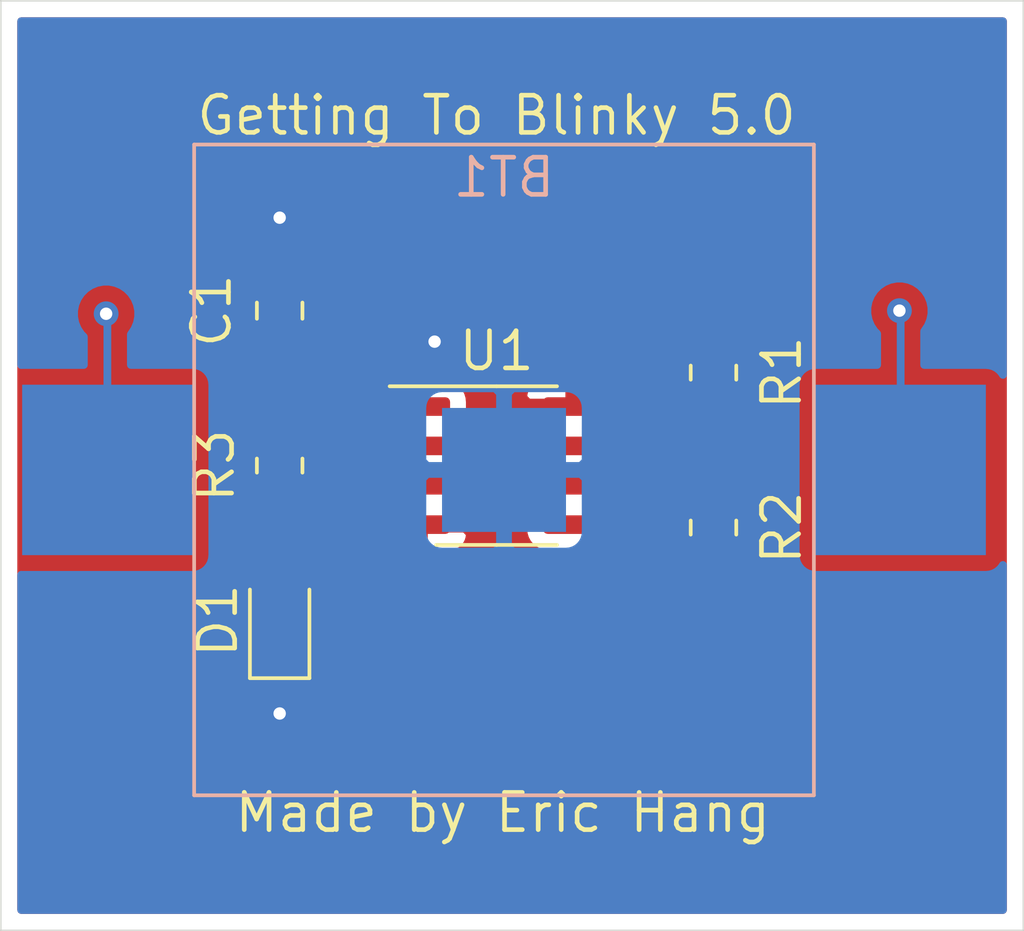
<source format=kicad_pcb>
(kicad_pcb (version 20171130) (host pcbnew "(5.1.10)-1")

  (general
    (thickness 1.6)
    (drawings 6)
    (tracks 34)
    (zones 0)
    (modules 7)
    (nets 8)
  )

  (page A4)
  (layers
    (0 F.Cu signal)
    (31 B.Cu signal)
    (32 B.Adhes user)
    (33 F.Adhes user)
    (34 B.Paste user)
    (35 F.Paste user)
    (36 B.SilkS user)
    (37 F.SilkS user)
    (38 B.Mask user)
    (39 F.Mask user)
    (40 Dwgs.User user)
    (41 Cmts.User user)
    (42 Eco1.User user)
    (43 Eco2.User user)
    (44 Edge.Cuts user)
    (45 Margin user)
    (46 B.CrtYd user)
    (47 F.CrtYd user)
    (48 B.Fab user)
    (49 F.Fab user)
  )

  (setup
    (last_trace_width 0.25)
    (trace_clearance 0.2)
    (zone_clearance 0.508)
    (zone_45_only no)
    (trace_min 0.2)
    (via_size 0.8)
    (via_drill 0.4)
    (via_min_size 0.4)
    (via_min_drill 0.3)
    (uvia_size 0.3)
    (uvia_drill 0.1)
    (uvias_allowed no)
    (uvia_min_size 0.2)
    (uvia_min_drill 0.1)
    (edge_width 0.05)
    (segment_width 0.2)
    (pcb_text_width 0.3)
    (pcb_text_size 1.5 1.5)
    (mod_edge_width 0.12)
    (mod_text_size 1.2 1.2)
    (mod_text_width 0.15)
    (pad_size 1.524 1.524)
    (pad_drill 0.762)
    (pad_to_mask_clearance 0)
    (aux_axis_origin 0 0)
    (visible_elements 7FFFFFFF)
    (pcbplotparams
      (layerselection 0x010fc_ffffffff)
      (usegerberextensions false)
      (usegerberattributes true)
      (usegerberadvancedattributes true)
      (creategerberjobfile true)
      (excludeedgelayer true)
      (linewidth 0.100000)
      (plotframeref false)
      (viasonmask false)
      (mode 1)
      (useauxorigin false)
      (hpglpennumber 1)
      (hpglpenspeed 20)
      (hpglpendiameter 15.000000)
      (psnegative false)
      (psa4output false)
      (plotreference true)
      (plotvalue false)
      (plotinvisibletext false)
      (padsonsilk false)
      (subtractmaskfromsilk false)
      (outputformat 1)
      (mirror false)
      (drillshape 0)
      (scaleselection 1)
      (outputdirectory "gerber/"))
  )

  (net 0 "")
  (net 1 GND)
  (net 2 "Net-(D1-Pad2)")
  (net 3 "Net-(R3-Pad1)")
  (net 4 "Net-(U1-Pad5)")
  (net 5 /VDD)
  (net 6 /THR)
  (net 7 /DIS)

  (net_class Default "This is the default net class."
    (clearance 0.2)
    (trace_width 0.25)
    (via_dia 0.8)
    (via_drill 0.4)
    (uvia_dia 0.3)
    (uvia_drill 0.1)
    (add_net /DIS)
    (add_net /THR)
    (add_net /VDD)
    (add_net GND)
    (add_net "Net-(D1-Pad2)")
    (add_net "Net-(R3-Pad1)")
    (add_net "Net-(U1-Pad5)")
  )

  (module Package_SO:SOIC-8_3.9x4.9mm_P1.27mm (layer F.Cu) (tedit 5D9F72B1) (tstamp 61700B4A)
    (at 142 104)
    (descr "SOIC, 8 Pin (JEDEC MS-012AA, https://www.analog.com/media/en/package-pcb-resources/package/pkg_pdf/soic_narrow-r/r_8.pdf), generated with kicad-footprint-generator ipc_gullwing_generator.py")
    (tags "SOIC SO")
    (path /617029F0)
    (attr smd)
    (fp_text reference U1 (at 0 -3.7) (layer F.SilkS)
      (effects (font (size 1.2 1.2) (thickness 0.15)))
    )
    (fp_text value 7555 (at 0 3.4) (layer F.Fab) hide
      (effects (font (size 1 1) (thickness 0.15)))
    )
    (fp_line (start 3.7 -2.7) (end -3.7 -2.7) (layer F.CrtYd) (width 0.05))
    (fp_line (start 3.7 2.7) (end 3.7 -2.7) (layer F.CrtYd) (width 0.05))
    (fp_line (start -3.7 2.7) (end 3.7 2.7) (layer F.CrtYd) (width 0.05))
    (fp_line (start -3.7 -2.7) (end -3.7 2.7) (layer F.CrtYd) (width 0.05))
    (fp_line (start -1.95 -1.475) (end -0.975 -2.45) (layer F.Fab) (width 0.1))
    (fp_line (start -1.95 2.45) (end -1.95 -1.475) (layer F.Fab) (width 0.1))
    (fp_line (start 1.95 2.45) (end -1.95 2.45) (layer F.Fab) (width 0.1))
    (fp_line (start 1.95 -2.45) (end 1.95 2.45) (layer F.Fab) (width 0.1))
    (fp_line (start -0.975 -2.45) (end 1.95 -2.45) (layer F.Fab) (width 0.1))
    (fp_line (start 0 -2.56) (end -3.45 -2.56) (layer F.SilkS) (width 0.12))
    (fp_line (start 0 -2.56) (end 1.95 -2.56) (layer F.SilkS) (width 0.12))
    (fp_line (start 0 2.56) (end -1.95 2.56) (layer F.SilkS) (width 0.12))
    (fp_line (start 0 2.56) (end 1.95 2.56) (layer F.SilkS) (width 0.12))
    (fp_text user %R (at 0 0) (layer F.Fab)
      (effects (font (size 1 1) (thickness 0.15)))
    )
    (pad 8 smd roundrect (at 2.475 -1.905) (size 1.95 0.6) (layers F.Cu F.Paste F.Mask) (roundrect_rratio 0.25)
      (net 5 /VDD))
    (pad 7 smd roundrect (at 2.475 -0.635) (size 1.95 0.6) (layers F.Cu F.Paste F.Mask) (roundrect_rratio 0.25)
      (net 7 /DIS))
    (pad 6 smd roundrect (at 2.475 0.635) (size 1.95 0.6) (layers F.Cu F.Paste F.Mask) (roundrect_rratio 0.25)
      (net 6 /THR))
    (pad 5 smd roundrect (at 2.475 1.905) (size 1.95 0.6) (layers F.Cu F.Paste F.Mask) (roundrect_rratio 0.25)
      (net 4 "Net-(U1-Pad5)"))
    (pad 4 smd roundrect (at -2.475 1.905) (size 1.95 0.6) (layers F.Cu F.Paste F.Mask) (roundrect_rratio 0.25)
      (net 5 /VDD))
    (pad 3 smd roundrect (at -2.475 0.635) (size 1.95 0.6) (layers F.Cu F.Paste F.Mask) (roundrect_rratio 0.25)
      (net 3 "Net-(R3-Pad1)"))
    (pad 2 smd roundrect (at -2.475 -0.635) (size 1.95 0.6) (layers F.Cu F.Paste F.Mask) (roundrect_rratio 0.25)
      (net 6 /THR))
    (pad 1 smd roundrect (at -2.475 -1.905) (size 1.95 0.6) (layers F.Cu F.Paste F.Mask) (roundrect_rratio 0.25)
      (net 1 GND))
    (model ${KISYS3DMOD}/Package_SO.3dshapes/SOIC-8_3.9x4.9mm_P1.27mm.wrl
      (at (xyz 0 0 0))
      (scale (xyz 1 1 1))
      (rotate (xyz 0 0 0))
    )
  )

  (module Resistor_SMD:R_0805_2012Metric_Pad1.20x1.40mm_HandSolder (layer F.Cu) (tedit 5F68FEEE) (tstamp 61700CE4)
    (at 135 104 270)
    (descr "Resistor SMD 0805 (2012 Metric), square (rectangular) end terminal, IPC_7351 nominal with elongated pad for handsoldering. (Body size source: IPC-SM-782 page 72, https://www.pcb-3d.com/wordpress/wp-content/uploads/ipc-sm-782a_amendment_1_and_2.pdf), generated with kicad-footprint-generator")
    (tags "resistor handsolder")
    (path /617070D4)
    (attr smd)
    (fp_text reference R3 (at 0 2.1 90) (layer F.SilkS)
      (effects (font (size 1.2 1.2) (thickness 0.15)))
    )
    (fp_text value 1K (at 0 1.65 90) (layer F.Fab) hide
      (effects (font (size 1 1) (thickness 0.15)))
    )
    (fp_line (start 1.85 0.95) (end -1.85 0.95) (layer F.CrtYd) (width 0.05))
    (fp_line (start 1.85 -0.95) (end 1.85 0.95) (layer F.CrtYd) (width 0.05))
    (fp_line (start -1.85 -0.95) (end 1.85 -0.95) (layer F.CrtYd) (width 0.05))
    (fp_line (start -1.85 0.95) (end -1.85 -0.95) (layer F.CrtYd) (width 0.05))
    (fp_line (start -0.227064 0.735) (end 0.227064 0.735) (layer F.SilkS) (width 0.12))
    (fp_line (start -0.227064 -0.735) (end 0.227064 -0.735) (layer F.SilkS) (width 0.12))
    (fp_line (start 1 0.625) (end -1 0.625) (layer F.Fab) (width 0.1))
    (fp_line (start 1 -0.625) (end 1 0.625) (layer F.Fab) (width 0.1))
    (fp_line (start -1 -0.625) (end 1 -0.625) (layer F.Fab) (width 0.1))
    (fp_line (start -1 0.625) (end -1 -0.625) (layer F.Fab) (width 0.1))
    (fp_text user %R (at 0 0 90) (layer F.Fab)
      (effects (font (size 1 1) (thickness 0.15)))
    )
    (pad 2 smd roundrect (at 1 0 270) (size 1.2 1.4) (layers F.Cu F.Paste F.Mask) (roundrect_rratio 0.2083325)
      (net 2 "Net-(D1-Pad2)"))
    (pad 1 smd roundrect (at -1 0 270) (size 1.2 1.4) (layers F.Cu F.Paste F.Mask) (roundrect_rratio 0.2083325)
      (net 3 "Net-(R3-Pad1)"))
    (model ${KISYS3DMOD}/Resistor_SMD.3dshapes/R_0805_2012Metric.wrl
      (at (xyz 0 0 0))
      (scale (xyz 1 1 1))
      (rotate (xyz 0 0 0))
    )
  )

  (module Resistor_SMD:R_0805_2012Metric_Pad1.20x1.40mm_HandSolder (layer F.Cu) (tedit 5F68FEEE) (tstamp 61700B1F)
    (at 149 106 270)
    (descr "Resistor SMD 0805 (2012 Metric), square (rectangular) end terminal, IPC_7351 nominal with elongated pad for handsoldering. (Body size source: IPC-SM-782 page 72, https://www.pcb-3d.com/wordpress/wp-content/uploads/ipc-sm-782a_amendment_1_and_2.pdf), generated with kicad-footprint-generator")
    (tags "resistor handsolder")
    (path /61704E5C)
    (attr smd)
    (fp_text reference R2 (at 0 -2.2 90) (layer F.SilkS)
      (effects (font (size 1.2 1.2) (thickness 0.15)))
    )
    (fp_text value 470K (at 0 1.65 90) (layer F.Fab) hide
      (effects (font (size 1 1) (thickness 0.15)))
    )
    (fp_line (start 1.85 0.95) (end -1.85 0.95) (layer F.CrtYd) (width 0.05))
    (fp_line (start 1.85 -0.95) (end 1.85 0.95) (layer F.CrtYd) (width 0.05))
    (fp_line (start -1.85 -0.95) (end 1.85 -0.95) (layer F.CrtYd) (width 0.05))
    (fp_line (start -1.85 0.95) (end -1.85 -0.95) (layer F.CrtYd) (width 0.05))
    (fp_line (start -0.227064 0.735) (end 0.227064 0.735) (layer F.SilkS) (width 0.12))
    (fp_line (start -0.227064 -0.735) (end 0.227064 -0.735) (layer F.SilkS) (width 0.12))
    (fp_line (start 1 0.625) (end -1 0.625) (layer F.Fab) (width 0.1))
    (fp_line (start 1 -0.625) (end 1 0.625) (layer F.Fab) (width 0.1))
    (fp_line (start -1 -0.625) (end 1 -0.625) (layer F.Fab) (width 0.1))
    (fp_line (start -1 0.625) (end -1 -0.625) (layer F.Fab) (width 0.1))
    (fp_text user %R (at 0 0 90) (layer F.Fab)
      (effects (font (size 1 1) (thickness 0.15)))
    )
    (pad 2 smd roundrect (at 1 0 270) (size 1.2 1.4) (layers F.Cu F.Paste F.Mask) (roundrect_rratio 0.2083325)
      (net 6 /THR))
    (pad 1 smd roundrect (at -1 0 270) (size 1.2 1.4) (layers F.Cu F.Paste F.Mask) (roundrect_rratio 0.2083325)
      (net 7 /DIS))
    (model ${KISYS3DMOD}/Resistor_SMD.3dshapes/R_0805_2012Metric.wrl
      (at (xyz 0 0 0))
      (scale (xyz 1 1 1))
      (rotate (xyz 0 0 0))
    )
  )

  (module Resistor_SMD:R_0805_2012Metric_Pad1.20x1.40mm_HandSolder (layer F.Cu) (tedit 5F68FEEE) (tstamp 61700B0E)
    (at 149 101 270)
    (descr "Resistor SMD 0805 (2012 Metric), square (rectangular) end terminal, IPC_7351 nominal with elongated pad for handsoldering. (Body size source: IPC-SM-782 page 72, https://www.pcb-3d.com/wordpress/wp-content/uploads/ipc-sm-782a_amendment_1_and_2.pdf), generated with kicad-footprint-generator")
    (tags "resistor handsolder")
    (path /6170358A)
    (attr smd)
    (fp_text reference R1 (at 0 -2.2 90) (layer F.SilkS)
      (effects (font (size 1.2 1.2) (thickness 0.15)))
    )
    (fp_text value 1K (at 0 1.65 90) (layer F.Fab) hide
      (effects (font (size 1 1) (thickness 0.15)))
    )
    (fp_line (start 1.85 0.95) (end -1.85 0.95) (layer F.CrtYd) (width 0.05))
    (fp_line (start 1.85 -0.95) (end 1.85 0.95) (layer F.CrtYd) (width 0.05))
    (fp_line (start -1.85 -0.95) (end 1.85 -0.95) (layer F.CrtYd) (width 0.05))
    (fp_line (start -1.85 0.95) (end -1.85 -0.95) (layer F.CrtYd) (width 0.05))
    (fp_line (start -0.227064 0.735) (end 0.227064 0.735) (layer F.SilkS) (width 0.12))
    (fp_line (start -0.227064 -0.735) (end 0.227064 -0.735) (layer F.SilkS) (width 0.12))
    (fp_line (start 1 0.625) (end -1 0.625) (layer F.Fab) (width 0.1))
    (fp_line (start 1 -0.625) (end 1 0.625) (layer F.Fab) (width 0.1))
    (fp_line (start -1 -0.625) (end 1 -0.625) (layer F.Fab) (width 0.1))
    (fp_line (start -1 0.625) (end -1 -0.625) (layer F.Fab) (width 0.1))
    (fp_text user %R (at 0 0 90) (layer F.Fab)
      (effects (font (size 1 1) (thickness 0.15)))
    )
    (pad 2 smd roundrect (at 1 0 270) (size 1.2 1.4) (layers F.Cu F.Paste F.Mask) (roundrect_rratio 0.2083325)
      (net 7 /DIS))
    (pad 1 smd roundrect (at -1 0 270) (size 1.2 1.4) (layers F.Cu F.Paste F.Mask) (roundrect_rratio 0.2083325)
      (net 5 /VDD))
    (model ${KISYS3DMOD}/Resistor_SMD.3dshapes/R_0805_2012Metric.wrl
      (at (xyz 0 0 0))
      (scale (xyz 1 1 1))
      (rotate (xyz 0 0 0))
    )
  )

  (module LED_SMD:LED_0805_2012Metric_Pad1.15x1.40mm_HandSolder (layer F.Cu) (tedit 5F68FEF1) (tstamp 61700AFD)
    (at 135 109 90)
    (descr "LED SMD 0805 (2012 Metric), square (rectangular) end terminal, IPC_7351 nominal, (Body size source: https://docs.google.com/spreadsheets/d/1BsfQQcO9C6DZCsRaXUlFlo91Tg2WpOkGARC1WS5S8t0/edit?usp=sharing), generated with kicad-footprint-generator")
    (tags "LED handsolder")
    (path /61708242)
    (attr smd)
    (fp_text reference D1 (at 0 -2 90) (layer F.SilkS)
      (effects (font (size 1.2 1.2) (thickness 0.15)))
    )
    (fp_text value LED (at 0 1.65 90) (layer F.Fab) hide
      (effects (font (size 1 1) (thickness 0.15)))
    )
    (fp_line (start 1.85 0.95) (end -1.85 0.95) (layer F.CrtYd) (width 0.05))
    (fp_line (start 1.85 -0.95) (end 1.85 0.95) (layer F.CrtYd) (width 0.05))
    (fp_line (start -1.85 -0.95) (end 1.85 -0.95) (layer F.CrtYd) (width 0.05))
    (fp_line (start -1.85 0.95) (end -1.85 -0.95) (layer F.CrtYd) (width 0.05))
    (fp_line (start -1.86 0.96) (end 1 0.96) (layer F.SilkS) (width 0.12))
    (fp_line (start -1.86 -0.96) (end -1.86 0.96) (layer F.SilkS) (width 0.12))
    (fp_line (start 1 -0.96) (end -1.86 -0.96) (layer F.SilkS) (width 0.12))
    (fp_line (start 1 0.6) (end 1 -0.6) (layer F.Fab) (width 0.1))
    (fp_line (start -1 0.6) (end 1 0.6) (layer F.Fab) (width 0.1))
    (fp_line (start -1 -0.3) (end -1 0.6) (layer F.Fab) (width 0.1))
    (fp_line (start -0.7 -0.6) (end -1 -0.3) (layer F.Fab) (width 0.1))
    (fp_line (start 1 -0.6) (end -0.7 -0.6) (layer F.Fab) (width 0.1))
    (fp_text user %R (at 0 0 90) (layer F.Fab)
      (effects (font (size 1 1) (thickness 0.15)))
    )
    (pad 2 smd roundrect (at 1.025 0 90) (size 1.15 1.4) (layers F.Cu F.Paste F.Mask) (roundrect_rratio 0.2173904347826087)
      (net 2 "Net-(D1-Pad2)"))
    (pad 1 smd roundrect (at -1.025 0 90) (size 1.15 1.4) (layers F.Cu F.Paste F.Mask) (roundrect_rratio 0.2173904347826087)
      (net 1 GND))
    (model ${KISYS3DMOD}/LED_SMD.3dshapes/LED_0805_2012Metric.wrl
      (at (xyz 0 0 0))
      (scale (xyz 1 1 1))
      (rotate (xyz 0 0 0))
    )
  )

  (module Capacitor_SMD:C_0805_2012Metric_Pad1.18x1.45mm_HandSolder (layer F.Cu) (tedit 5F68FEEF) (tstamp 61700EFE)
    (at 135 99 90)
    (descr "Capacitor SMD 0805 (2012 Metric), square (rectangular) end terminal, IPC_7351 nominal with elongated pad for handsoldering. (Body size source: IPC-SM-782 page 76, https://www.pcb-3d.com/wordpress/wp-content/uploads/ipc-sm-782a_amendment_1_and_2.pdf, https://docs.google.com/spreadsheets/d/1BsfQQcO9C6DZCsRaXUlFlo91Tg2WpOkGARC1WS5S8t0/edit?usp=sharing), generated with kicad-footprint-generator")
    (tags "capacitor handsolder")
    (path /61706001)
    (attr smd)
    (fp_text reference C1 (at 0 -2.2 90) (layer F.SilkS)
      (effects (font (size 1.2 1.2) (thickness 0.15)))
    )
    (fp_text value 1U (at 0 1.68 90) (layer F.Fab) hide
      (effects (font (size 1 1) (thickness 0.15)))
    )
    (fp_line (start 1.88 0.98) (end -1.88 0.98) (layer F.CrtYd) (width 0.05))
    (fp_line (start 1.88 -0.98) (end 1.88 0.98) (layer F.CrtYd) (width 0.05))
    (fp_line (start -1.88 -0.98) (end 1.88 -0.98) (layer F.CrtYd) (width 0.05))
    (fp_line (start -1.88 0.98) (end -1.88 -0.98) (layer F.CrtYd) (width 0.05))
    (fp_line (start -0.261252 0.735) (end 0.261252 0.735) (layer F.SilkS) (width 0.12))
    (fp_line (start -0.261252 -0.735) (end 0.261252 -0.735) (layer F.SilkS) (width 0.12))
    (fp_line (start 1 0.625) (end -1 0.625) (layer F.Fab) (width 0.1))
    (fp_line (start 1 -0.625) (end 1 0.625) (layer F.Fab) (width 0.1))
    (fp_line (start -1 -0.625) (end 1 -0.625) (layer F.Fab) (width 0.1))
    (fp_line (start -1 0.625) (end -1 -0.625) (layer F.Fab) (width 0.1))
    (fp_text user %R (at 0 0 90) (layer F.Fab)
      (effects (font (size 1 1) (thickness 0.15)))
    )
    (pad 2 smd roundrect (at 1.0375 0 90) (size 1.175 1.45) (layers F.Cu F.Paste F.Mask) (roundrect_rratio 0.2127659574468085)
      (net 1 GND))
    (pad 1 smd roundrect (at -1.0375 0 90) (size 1.175 1.45) (layers F.Cu F.Paste F.Mask) (roundrect_rratio 0.2127659574468085)
      (net 6 /THR))
    (model ${KISYS3DMOD}/Capacitor_SMD.3dshapes/C_0805_2012Metric.wrl
      (at (xyz 0 0 0))
      (scale (xyz 1 1 1))
      (rotate (xyz 0 0 0))
    )
  )

  (module blinky:S8211-46R (layer B.Cu) (tedit 616FB275) (tstamp 61700AD9)
    (at 142.24 104.14)
    (path /61709363)
    (fp_text reference BT1 (at 0 -9.44) (layer B.SilkS)
      (effects (font (size 1.2 1.2) (thickness 0.15)) (justify mirror))
    )
    (fp_text value CR2032 (at 0 2.9) (layer B.Fab) hide
      (effects (font (size 1 1) (thickness 0.15)) (justify mirror))
    )
    (fp_line (start 15.6 13.4) (end 15.6 -13.6) (layer B.CrtYd) (width 0.12))
    (fp_line (start -15.6 -13.6) (end 15.6 -13.6) (layer B.CrtYd) (width 0.12))
    (fp_line (start -15.6 13.4) (end -15.6 -13.6) (layer B.CrtYd) (width 0.12))
    (fp_line (start -15.6 13.4) (end 15.6 13.4) (layer B.CrtYd) (width 0.12))
    (fp_line (start -10 -10.5) (end -10 10.5) (layer B.SilkS) (width 0.12))
    (fp_line (start 10 -10.5) (end -10 -10.5) (layer B.SilkS) (width 0.12))
    (fp_line (start 10 10.5) (end 10 -10.5) (layer B.SilkS) (width 0.12))
    (fp_line (start -10 10.5) (end 10 10.5) (layer B.SilkS) (width 0.12))
    (pad 1 smd rect (at 12.8 0) (size 5.5 5.5) (layers B.Cu B.Paste B.Mask)
      (net 5 /VDD))
    (pad 2 smd rect (at 0 0 270) (size 4 4) (layers B.Cu B.Paste B.Mask)
      (net 1 GND))
    (pad 1 smd rect (at -12.8 0) (size 5.5 5.5) (layers B.Cu B.Paste B.Mask)
      (net 5 /VDD))
  )

  (gr_text "Made by Eric Hang" (at 142.2 115.2) (layer F.SilkS)
    (effects (font (size 1.2 1.2) (thickness 0.15)))
  )
  (gr_text "Getting To Blinky 5.0" (at 142 92.7) (layer F.SilkS)
    (effects (font (size 1.2 1.2) (thickness 0.15)))
  )
  (gr_line (start 126 89) (end 126 119) (layer Edge.Cuts) (width 0.05) (tstamp 61700C0D))
  (gr_line (start 159 89) (end 126 89) (layer Edge.Cuts) (width 0.05))
  (gr_line (start 159 119) (end 159 89) (layer Edge.Cuts) (width 0.05) (tstamp 61700C25))
  (gr_line (start 126 119) (end 159 119) (layer Edge.Cuts) (width 0.05))

  (via (at 135 112) (size 0.8) (drill 0.4) (layers F.Cu B.Cu) (net 1))
  (segment (start 135 110.025) (end 135 112) (width 0.25) (layer F.Cu) (net 1))
  (via (at 135 96) (size 0.8) (drill 0.4) (layers F.Cu B.Cu) (net 1))
  (segment (start 135 97.9625) (end 135 96) (width 0.25) (layer F.Cu) (net 1))
  (via (at 140 100) (size 0.8) (drill 0.4) (layers F.Cu B.Cu) (net 1))
  (segment (start 139.525 100.475) (end 140 100) (width 0.25) (layer F.Cu) (net 1))
  (segment (start 139.525 102.095) (end 139.525 100.475) (width 0.25) (layer F.Cu) (net 1))
  (segment (start 135 105) (end 135 107.975) (width 0.25) (layer F.Cu) (net 2))
  (segment (start 136.635 104.635) (end 139.525 104.635) (width 0.25) (layer F.Cu) (net 3))
  (segment (start 135 103) (end 136.635 104.635) (width 0.25) (layer F.Cu) (net 3))
  (via (at 129.4 99.1) (size 0.8) (drill 0.4) (layers F.Cu B.Cu) (net 5))
  (segment (start 129.44 99.14) (end 129.4 99.1) (width 0.25) (layer B.Cu) (net 5))
  (segment (start 129.44 104.14) (end 129.44 99.14) (width 0.25) (layer B.Cu) (net 5))
  (segment (start 155.04 99.04) (end 155 99) (width 0.25) (layer B.Cu) (net 5))
  (via (at 155 99) (size 0.8) (drill 0.4) (layers F.Cu B.Cu) (net 5))
  (segment (start 155.04 104.14) (end 155.04 99.04) (width 0.25) (layer B.Cu) (net 5))
  (segment (start 147.3 107) (end 149 107) (width 0.25) (layer F.Cu) (net 6))
  (segment (start 146.7 106.4) (end 147.3 107) (width 0.25) (layer F.Cu) (net 6))
  (segment (start 146.7 105.2) (end 146.7 106.4) (width 0.25) (layer F.Cu) (net 6))
  (segment (start 146.135 104.635) (end 146.7 105.2) (width 0.25) (layer F.Cu) (net 6))
  (segment (start 144.475 104.635) (end 146.135 104.635) (width 0.25) (layer F.Cu) (net 6))
  (segment (start 137.965 103.365) (end 139.525 103.365) (width 0.25) (layer F.Cu) (net 6))
  (segment (start 137.3 100.3) (end 137.3 102.7) (width 0.25) (layer F.Cu) (net 6))
  (segment (start 137.0375 100.0375) (end 137.3 100.3) (width 0.25) (layer F.Cu) (net 6))
  (segment (start 135 100.0375) (end 137.0375 100.0375) (width 0.25) (layer F.Cu) (net 6))
  (segment (start 137.3 102.7) (end 137.965 103.365) (width 0.25) (layer F.Cu) (net 6))
  (segment (start 137.0625 100.0375) (end 135 100.0375) (width 0.25) (layer F.Cu) (net 6))
  (segment (start 142.535 104.635) (end 141.265 103.365) (width 0.25) (layer F.Cu) (net 6))
  (segment (start 141.265 103.365) (end 139.525 103.365) (width 0.25) (layer F.Cu) (net 6))
  (segment (start 144.475 104.635) (end 142.535 104.635) (width 0.25) (layer F.Cu) (net 6))
  (segment (start 149 105) (end 149 102) (width 0.25) (layer F.Cu) (net 7))
  (segment (start 147.5 102) (end 149 102) (width 0.25) (layer F.Cu) (net 7))
  (segment (start 146.135 103.365) (end 147.5 102) (width 0.25) (layer F.Cu) (net 7))
  (segment (start 144.475 103.365) (end 146.135 103.365) (width 0.25) (layer F.Cu) (net 7))

  (zone (net 1) (net_name GND) (layer B.Cu) (tstamp 61702122) (hatch edge 0.508)
    (connect_pads (clearance 0.508))
    (min_thickness 0.254)
    (fill yes (arc_segments 32) (thermal_gap 0.508) (thermal_bridge_width 0.508))
    (polygon
      (pts
        (xy 159 119) (xy 126 119) (xy 126 89) (xy 159 89)
      )
    )
    (filled_polygon
      (pts
        (xy 158.340001 101.071919) (xy 158.320537 101.035506) (xy 158.241185 100.938815) (xy 158.144494 100.859463) (xy 158.03418 100.800498)
        (xy 157.914482 100.764188) (xy 157.79 100.751928) (xy 155.8 100.751928) (xy 155.8 99.663711) (xy 155.803937 99.659774)
        (xy 155.917205 99.490256) (xy 155.995226 99.301898) (xy 156.035 99.101939) (xy 156.035 98.898061) (xy 155.995226 98.698102)
        (xy 155.917205 98.509744) (xy 155.803937 98.340226) (xy 155.659774 98.196063) (xy 155.490256 98.082795) (xy 155.301898 98.004774)
        (xy 155.101939 97.965) (xy 154.898061 97.965) (xy 154.698102 98.004774) (xy 154.509744 98.082795) (xy 154.340226 98.196063)
        (xy 154.196063 98.340226) (xy 154.082795 98.509744) (xy 154.004774 98.698102) (xy 153.965 98.898061) (xy 153.965 99.101939)
        (xy 154.004774 99.301898) (xy 154.082795 99.490256) (xy 154.196063 99.659774) (xy 154.280001 99.743712) (xy 154.280001 100.751928)
        (xy 152.29 100.751928) (xy 152.165518 100.764188) (xy 152.04582 100.800498) (xy 151.935506 100.859463) (xy 151.838815 100.938815)
        (xy 151.759463 101.035506) (xy 151.700498 101.14582) (xy 151.664188 101.265518) (xy 151.651928 101.39) (xy 151.651928 106.89)
        (xy 151.664188 107.014482) (xy 151.700498 107.13418) (xy 151.759463 107.244494) (xy 151.838815 107.341185) (xy 151.935506 107.420537)
        (xy 152.04582 107.479502) (xy 152.165518 107.515812) (xy 152.29 107.528072) (xy 157.79 107.528072) (xy 157.914482 107.515812)
        (xy 158.03418 107.479502) (xy 158.144494 107.420537) (xy 158.241185 107.341185) (xy 158.320537 107.244494) (xy 158.34 107.208081)
        (xy 158.34 118.34) (xy 126.66 118.34) (xy 126.66 107.525117) (xy 126.69 107.528072) (xy 132.19 107.528072)
        (xy 132.314482 107.515812) (xy 132.43418 107.479502) (xy 132.544494 107.420537) (xy 132.641185 107.341185) (xy 132.720537 107.244494)
        (xy 132.779502 107.13418) (xy 132.815812 107.014482) (xy 132.828072 106.89) (xy 132.828072 106.14) (xy 139.601928 106.14)
        (xy 139.614188 106.264482) (xy 139.650498 106.38418) (xy 139.709463 106.494494) (xy 139.788815 106.591185) (xy 139.885506 106.670537)
        (xy 139.99582 106.729502) (xy 140.115518 106.765812) (xy 140.24 106.778072) (xy 141.95425 106.775) (xy 142.113 106.61625)
        (xy 142.113 104.267) (xy 142.367 104.267) (xy 142.367 106.61625) (xy 142.52575 106.775) (xy 144.24 106.778072)
        (xy 144.364482 106.765812) (xy 144.48418 106.729502) (xy 144.594494 106.670537) (xy 144.691185 106.591185) (xy 144.770537 106.494494)
        (xy 144.829502 106.38418) (xy 144.865812 106.264482) (xy 144.878072 106.14) (xy 144.875 104.42575) (xy 144.71625 104.267)
        (xy 142.367 104.267) (xy 142.113 104.267) (xy 139.76375 104.267) (xy 139.605 104.42575) (xy 139.601928 106.14)
        (xy 132.828072 106.14) (xy 132.828072 102.14) (xy 139.601928 102.14) (xy 139.605 103.85425) (xy 139.76375 104.013)
        (xy 142.113 104.013) (xy 142.113 101.66375) (xy 142.367 101.66375) (xy 142.367 104.013) (xy 144.71625 104.013)
        (xy 144.875 103.85425) (xy 144.878072 102.14) (xy 144.865812 102.015518) (xy 144.829502 101.89582) (xy 144.770537 101.785506)
        (xy 144.691185 101.688815) (xy 144.594494 101.609463) (xy 144.48418 101.550498) (xy 144.364482 101.514188) (xy 144.24 101.501928)
        (xy 142.52575 101.505) (xy 142.367 101.66375) (xy 142.113 101.66375) (xy 141.95425 101.505) (xy 140.24 101.501928)
        (xy 140.115518 101.514188) (xy 139.99582 101.550498) (xy 139.885506 101.609463) (xy 139.788815 101.688815) (xy 139.709463 101.785506)
        (xy 139.650498 101.89582) (xy 139.614188 102.015518) (xy 139.601928 102.14) (xy 132.828072 102.14) (xy 132.828072 101.39)
        (xy 132.815812 101.265518) (xy 132.779502 101.14582) (xy 132.720537 101.035506) (xy 132.641185 100.938815) (xy 132.544494 100.859463)
        (xy 132.43418 100.800498) (xy 132.314482 100.764188) (xy 132.19 100.751928) (xy 130.2 100.751928) (xy 130.2 99.763711)
        (xy 130.203937 99.759774) (xy 130.317205 99.590256) (xy 130.395226 99.401898) (xy 130.435 99.201939) (xy 130.435 98.998061)
        (xy 130.395226 98.798102) (xy 130.317205 98.609744) (xy 130.203937 98.440226) (xy 130.059774 98.296063) (xy 129.890256 98.182795)
        (xy 129.701898 98.104774) (xy 129.501939 98.065) (xy 129.298061 98.065) (xy 129.098102 98.104774) (xy 128.909744 98.182795)
        (xy 128.740226 98.296063) (xy 128.596063 98.440226) (xy 128.482795 98.609744) (xy 128.404774 98.798102) (xy 128.365 98.998061)
        (xy 128.365 99.201939) (xy 128.404774 99.401898) (xy 128.482795 99.590256) (xy 128.596063 99.759774) (xy 128.680001 99.843712)
        (xy 128.680001 100.751928) (xy 126.69 100.751928) (xy 126.66 100.754883) (xy 126.66 89.66) (xy 158.340001 89.66)
      )
    )
  )
  (zone (net 5) (net_name /VDD) (layer F.Cu) (tstamp 6170211F) (hatch edge 0.508)
    (connect_pads (clearance 0.508))
    (min_thickness 0.254)
    (fill yes (arc_segments 32) (thermal_gap 0.508) (thermal_bridge_width 0.508))
    (polygon
      (pts
        (xy 159 119) (xy 126 119) (xy 126 89) (xy 159 89)
      )
    )
    (filled_polygon
      (pts
        (xy 158.34 118.34) (xy 126.66 118.34) (xy 126.66 97.625) (xy 133.636928 97.625) (xy 133.636928 98.3)
        (xy 133.653992 98.473254) (xy 133.704528 98.63985) (xy 133.786595 98.793386) (xy 133.897038 98.927962) (xy 133.984817 99)
        (xy 133.897038 99.072038) (xy 133.786595 99.206614) (xy 133.704528 99.36015) (xy 133.653992 99.526746) (xy 133.636928 99.7)
        (xy 133.636928 100.375) (xy 133.653992 100.548254) (xy 133.704528 100.71485) (xy 133.786595 100.868386) (xy 133.897038 101.002962)
        (xy 134.031614 101.113405) (xy 134.18515 101.195472) (xy 134.351746 101.246008) (xy 134.525 101.263072) (xy 135.475 101.263072)
        (xy 135.648254 101.246008) (xy 135.81485 101.195472) (xy 135.968386 101.113405) (xy 136.102962 101.002962) (xy 136.213405 100.868386)
        (xy 136.251294 100.7975) (xy 136.54 100.7975) (xy 136.540001 102.662668) (xy 136.536324 102.7) (xy 136.540001 102.737333)
        (xy 136.550998 102.848986) (xy 136.553938 102.858677) (xy 136.594454 102.992246) (xy 136.665026 103.124276) (xy 136.702939 103.170472)
        (xy 136.76 103.240001) (xy 136.788998 103.263799) (xy 137.400198 103.875) (xy 136.949802 103.875) (xy 136.338072 103.263271)
        (xy 136.338072 102.649999) (xy 136.321008 102.476745) (xy 136.270472 102.310149) (xy 136.188405 102.156613) (xy 136.077962 102.022038)
        (xy 135.943387 101.911595) (xy 135.789851 101.829528) (xy 135.623255 101.778992) (xy 135.450001 101.761928) (xy 134.549999 101.761928)
        (xy 134.376745 101.778992) (xy 134.210149 101.829528) (xy 134.056613 101.911595) (xy 133.922038 102.022038) (xy 133.811595 102.156613)
        (xy 133.729528 102.310149) (xy 133.678992 102.476745) (xy 133.661928 102.649999) (xy 133.661928 103.350001) (xy 133.678992 103.523255)
        (xy 133.729528 103.689851) (xy 133.811595 103.843387) (xy 133.922038 103.977962) (xy 133.948891 104) (xy 133.922038 104.022038)
        (xy 133.811595 104.156613) (xy 133.729528 104.310149) (xy 133.678992 104.476745) (xy 133.661928 104.649999) (xy 133.661928 105.350001)
        (xy 133.678992 105.523255) (xy 133.729528 105.689851) (xy 133.811595 105.843387) (xy 133.922038 105.977962) (xy 134.056613 106.088405)
        (xy 134.210149 106.170472) (xy 134.24 106.179527) (xy 134.240001 106.820473) (xy 134.210149 106.829528) (xy 134.056613 106.911595)
        (xy 133.922038 107.022038) (xy 133.811595 107.156613) (xy 133.729528 107.310149) (xy 133.678992 107.476745) (xy 133.661928 107.649999)
        (xy 133.661928 108.300001) (xy 133.678992 108.473255) (xy 133.729528 108.639851) (xy 133.811595 108.793387) (xy 133.922038 108.927962)
        (xy 134.009816 109) (xy 133.922038 109.072038) (xy 133.811595 109.206613) (xy 133.729528 109.360149) (xy 133.678992 109.526745)
        (xy 133.661928 109.699999) (xy 133.661928 110.350001) (xy 133.678992 110.523255) (xy 133.729528 110.689851) (xy 133.811595 110.843387)
        (xy 133.922038 110.977962) (xy 134.056613 111.088405) (xy 134.210149 111.170472) (xy 134.240001 111.179527) (xy 134.240001 111.296288)
        (xy 134.196063 111.340226) (xy 134.082795 111.509744) (xy 134.004774 111.698102) (xy 133.965 111.898061) (xy 133.965 112.101939)
        (xy 134.004774 112.301898) (xy 134.082795 112.490256) (xy 134.196063 112.659774) (xy 134.340226 112.803937) (xy 134.509744 112.917205)
        (xy 134.698102 112.995226) (xy 134.898061 113.035) (xy 135.101939 113.035) (xy 135.301898 112.995226) (xy 135.490256 112.917205)
        (xy 135.659774 112.803937) (xy 135.803937 112.659774) (xy 135.917205 112.490256) (xy 135.995226 112.301898) (xy 136.035 112.101939)
        (xy 136.035 111.898061) (xy 135.995226 111.698102) (xy 135.917205 111.509744) (xy 135.803937 111.340226) (xy 135.76 111.296289)
        (xy 135.76 111.179527) (xy 135.789851 111.170472) (xy 135.943387 111.088405) (xy 136.077962 110.977962) (xy 136.188405 110.843387)
        (xy 136.270472 110.689851) (xy 136.321008 110.523255) (xy 136.338072 110.350001) (xy 136.338072 109.699999) (xy 136.321008 109.526745)
        (xy 136.270472 109.360149) (xy 136.188405 109.206613) (xy 136.077962 109.072038) (xy 135.990184 109) (xy 136.077962 108.927962)
        (xy 136.188405 108.793387) (xy 136.270472 108.639851) (xy 136.321008 108.473255) (xy 136.338072 108.300001) (xy 136.338072 107.649999)
        (xy 136.321008 107.476745) (xy 136.270472 107.310149) (xy 136.188405 107.156613) (xy 136.077962 107.022038) (xy 135.943387 106.911595)
        (xy 135.789851 106.829528) (xy 135.76 106.820473) (xy 135.76 106.205) (xy 137.911928 106.205) (xy 137.924188 106.329482)
        (xy 137.960498 106.44918) (xy 138.019463 106.559494) (xy 138.098815 106.656185) (xy 138.195506 106.735537) (xy 138.30582 106.794502)
        (xy 138.425518 106.830812) (xy 138.55 106.843072) (xy 139.23925 106.84) (xy 139.398 106.68125) (xy 139.398 106.032)
        (xy 139.652 106.032) (xy 139.652 106.68125) (xy 139.81075 106.84) (xy 140.5 106.843072) (xy 140.624482 106.830812)
        (xy 140.74418 106.794502) (xy 140.854494 106.735537) (xy 140.951185 106.656185) (xy 141.030537 106.559494) (xy 141.089502 106.44918)
        (xy 141.125812 106.329482) (xy 141.138072 106.205) (xy 141.135 106.19075) (xy 140.97625 106.032) (xy 139.652 106.032)
        (xy 139.398 106.032) (xy 138.07375 106.032) (xy 137.915 106.19075) (xy 137.911928 106.205) (xy 135.76 106.205)
        (xy 135.76 106.179527) (xy 135.789851 106.170472) (xy 135.943387 106.088405) (xy 136.077962 105.977962) (xy 136.188405 105.843387)
        (xy 136.270472 105.689851) (xy 136.321008 105.523255) (xy 136.338072 105.350001) (xy 136.338072 105.338044) (xy 136.342753 105.340546)
        (xy 136.486014 105.384003) (xy 136.597667 105.395) (xy 136.597676 105.395) (xy 136.634999 105.398676) (xy 136.672322 105.395)
        (xy 137.95013 105.395) (xy 137.924188 105.480518) (xy 137.911928 105.605) (xy 137.915 105.61925) (xy 138.07375 105.778)
        (xy 139.398 105.778) (xy 139.398 105.758) (xy 139.652 105.758) (xy 139.652 105.778) (xy 140.97625 105.778)
        (xy 141.135 105.61925) (xy 141.138072 105.605) (xy 141.125812 105.480518) (xy 141.089502 105.36082) (xy 141.030537 105.250506)
        (xy 141.00627 105.220936) (xy 141.078084 105.086582) (xy 141.122929 104.938745) (xy 141.138072 104.785) (xy 141.138072 104.485)
        (xy 141.122929 104.331255) (xy 141.108332 104.283133) (xy 141.9712 105.146002) (xy 141.994999 105.175001) (xy 142.110724 105.269974)
        (xy 142.242753 105.340546) (xy 142.386014 105.384003) (xy 142.497667 105.395) (xy 142.497676 105.395) (xy 142.534999 105.398676)
        (xy 142.572322 105.395) (xy 142.953141 105.395) (xy 142.921916 105.453418) (xy 142.877071 105.601255) (xy 142.861928 105.755)
        (xy 142.861928 106.055) (xy 142.877071 106.208745) (xy 142.921916 106.356582) (xy 142.994742 106.492829) (xy 143.092749 106.612251)
        (xy 143.212171 106.710258) (xy 143.348418 106.783084) (xy 143.496255 106.827929) (xy 143.65 106.843072) (xy 145.3 106.843072)
        (xy 145.453745 106.827929) (xy 145.601582 106.783084) (xy 145.737829 106.710258) (xy 145.857251 106.612251) (xy 145.946516 106.503481)
        (xy 145.950998 106.548986) (xy 145.959109 106.575724) (xy 145.994454 106.692246) (xy 146.065026 106.824276) (xy 146.077931 106.84)
        (xy 146.16 106.940001) (xy 146.188998 106.963799) (xy 146.7362 107.511002) (xy 146.759999 107.540001) (xy 146.788997 107.563799)
        (xy 146.875723 107.634974) (xy 146.903833 107.649999) (xy 147.007753 107.705546) (xy 147.151014 107.749003) (xy 147.262667 107.76)
        (xy 147.262676 107.76) (xy 147.299999 107.763676) (xy 147.337322 107.76) (xy 147.767024 107.76) (xy 147.811595 107.843387)
        (xy 147.922038 107.977962) (xy 148.056613 108.088405) (xy 148.210149 108.170472) (xy 148.376745 108.221008) (xy 148.549999 108.238072)
        (xy 149.450001 108.238072) (xy 149.623255 108.221008) (xy 149.789851 108.170472) (xy 149.943387 108.088405) (xy 150.077962 107.977962)
        (xy 150.188405 107.843387) (xy 150.270472 107.689851) (xy 150.321008 107.523255) (xy 150.338072 107.350001) (xy 150.338072 106.649999)
        (xy 150.321008 106.476745) (xy 150.270472 106.310149) (xy 150.188405 106.156613) (xy 150.077962 106.022038) (xy 150.051109 106)
        (xy 150.077962 105.977962) (xy 150.188405 105.843387) (xy 150.270472 105.689851) (xy 150.321008 105.523255) (xy 150.338072 105.350001)
        (xy 150.338072 104.649999) (xy 150.321008 104.476745) (xy 150.270472 104.310149) (xy 150.188405 104.156613) (xy 150.077962 104.022038)
        (xy 149.943387 103.911595) (xy 149.789851 103.829528) (xy 149.76 103.820473) (xy 149.76 103.179527) (xy 149.789851 103.170472)
        (xy 149.943387 103.088405) (xy 150.077962 102.977962) (xy 150.188405 102.843387) (xy 150.270472 102.689851) (xy 150.321008 102.523255)
        (xy 150.338072 102.350001) (xy 150.338072 101.649999) (xy 150.321008 101.476745) (xy 150.270472 101.310149) (xy 150.188405 101.156613)
        (xy 150.121724 101.075363) (xy 150.151185 101.051185) (xy 150.230537 100.954494) (xy 150.289502 100.84418) (xy 150.325812 100.724482)
        (xy 150.338072 100.6) (xy 150.335 100.28575) (xy 150.17625 100.127) (xy 149.127 100.127) (xy 149.127 100.147)
        (xy 148.873 100.147) (xy 148.873 100.127) (xy 147.82375 100.127) (xy 147.665 100.28575) (xy 147.661928 100.6)
        (xy 147.674188 100.724482) (xy 147.710498 100.84418) (xy 147.769463 100.954494) (xy 147.848815 101.051185) (xy 147.878276 101.075363)
        (xy 147.811595 101.156613) (xy 147.767024 101.24) (xy 147.537333 101.24) (xy 147.5 101.236323) (xy 147.462667 101.24)
        (xy 147.351014 101.250997) (xy 147.207753 101.294454) (xy 147.075724 101.365026) (xy 146.959999 101.459999) (xy 146.936201 101.488997)
        (xy 146.064724 102.360474) (xy 145.92625 102.222) (xy 144.602 102.222) (xy 144.602 102.242) (xy 144.348 102.242)
        (xy 144.348 102.222) (xy 143.02375 102.222) (xy 142.865 102.38075) (xy 142.861928 102.395) (xy 142.874188 102.519482)
        (xy 142.910498 102.63918) (xy 142.969463 102.749494) (xy 142.99373 102.779064) (xy 142.921916 102.913418) (xy 142.877071 103.061255)
        (xy 142.861928 103.215) (xy 142.861928 103.515) (xy 142.877071 103.668745) (xy 142.921916 103.816582) (xy 142.953141 103.875)
        (xy 142.849802 103.875) (xy 141.828804 102.854003) (xy 141.805001 102.824999) (xy 141.689276 102.730026) (xy 141.557247 102.659454)
        (xy 141.413986 102.615997) (xy 141.302333 102.605) (xy 141.302322 102.605) (xy 141.265 102.601324) (xy 141.227678 102.605)
        (xy 141.046859 102.605) (xy 141.078084 102.546582) (xy 141.122929 102.398745) (xy 141.138072 102.245) (xy 141.138072 101.945)
        (xy 141.123298 101.795) (xy 142.861928 101.795) (xy 142.865 101.80925) (xy 143.02375 101.968) (xy 144.348 101.968)
        (xy 144.348 101.31875) (xy 144.602 101.31875) (xy 144.602 101.968) (xy 145.92625 101.968) (xy 146.085 101.80925)
        (xy 146.088072 101.795) (xy 146.075812 101.670518) (xy 146.039502 101.55082) (xy 145.980537 101.440506) (xy 145.901185 101.343815)
        (xy 145.804494 101.264463) (xy 145.69418 101.205498) (xy 145.574482 101.169188) (xy 145.45 101.156928) (xy 144.76075 101.16)
        (xy 144.602 101.31875) (xy 144.348 101.31875) (xy 144.18925 101.16) (xy 143.5 101.156928) (xy 143.375518 101.169188)
        (xy 143.25582 101.205498) (xy 143.145506 101.264463) (xy 143.048815 101.343815) (xy 142.969463 101.440506) (xy 142.910498 101.55082)
        (xy 142.874188 101.670518) (xy 142.861928 101.795) (xy 141.123298 101.795) (xy 141.122929 101.791255) (xy 141.078084 101.643418)
        (xy 141.005258 101.507171) (xy 140.907251 101.387749) (xy 140.787829 101.289742) (xy 140.651582 101.216916) (xy 140.503745 101.172071)
        (xy 140.35 101.156928) (xy 140.285 101.156928) (xy 140.285 100.998587) (xy 140.301898 100.995226) (xy 140.490256 100.917205)
        (xy 140.659774 100.803937) (xy 140.803937 100.659774) (xy 140.917205 100.490256) (xy 140.995226 100.301898) (xy 141.035 100.101939)
        (xy 141.035 99.898061) (xy 140.995226 99.698102) (xy 140.917205 99.509744) (xy 140.843877 99.4) (xy 147.661928 99.4)
        (xy 147.665 99.71425) (xy 147.82375 99.873) (xy 148.873 99.873) (xy 148.873 98.92375) (xy 149.127 98.92375)
        (xy 149.127 99.873) (xy 150.17625 99.873) (xy 150.335 99.71425) (xy 150.338072 99.4) (xy 150.325812 99.275518)
        (xy 150.289502 99.15582) (xy 150.230537 99.045506) (xy 150.151185 98.948815) (xy 150.054494 98.869463) (xy 149.94418 98.810498)
        (xy 149.824482 98.774188) (xy 149.7 98.761928) (xy 149.28575 98.765) (xy 149.127 98.92375) (xy 148.873 98.92375)
        (xy 148.71425 98.765) (xy 148.3 98.761928) (xy 148.175518 98.774188) (xy 148.05582 98.810498) (xy 147.945506 98.869463)
        (xy 147.848815 98.948815) (xy 147.769463 99.045506) (xy 147.710498 99.15582) (xy 147.674188 99.275518) (xy 147.661928 99.4)
        (xy 140.843877 99.4) (xy 140.803937 99.340226) (xy 140.659774 99.196063) (xy 140.490256 99.082795) (xy 140.301898 99.004774)
        (xy 140.101939 98.965) (xy 139.898061 98.965) (xy 139.698102 99.004774) (xy 139.509744 99.082795) (xy 139.340226 99.196063)
        (xy 139.196063 99.340226) (xy 139.082795 99.509744) (xy 139.004774 99.698102) (xy 138.965 99.898061) (xy 138.965 99.959369)
        (xy 138.961202 99.963997) (xy 138.961201 99.963998) (xy 138.890026 100.050724) (xy 138.819454 100.182754) (xy 138.795214 100.262667)
        (xy 138.775998 100.326014) (xy 138.77563 100.329747) (xy 138.761324 100.475) (xy 138.765001 100.512332) (xy 138.765001 101.156928)
        (xy 138.7 101.156928) (xy 138.546255 101.172071) (xy 138.398418 101.216916) (xy 138.262171 101.289742) (xy 138.142749 101.387749)
        (xy 138.06 101.488579) (xy 138.06 100.337322) (xy 138.063676 100.299999) (xy 138.06 100.262676) (xy 138.06 100.262667)
        (xy 138.049003 100.151014) (xy 138.005546 100.007753) (xy 137.934974 99.875724) (xy 137.840001 99.759999) (xy 137.810998 99.736197)
        (xy 137.708324 99.633523) (xy 137.697474 99.613224) (xy 137.602501 99.497499) (xy 137.486776 99.402526) (xy 137.354747 99.331954)
        (xy 137.211486 99.288497) (xy 137.099833 99.2775) (xy 137.074822 99.2775) (xy 137.0375 99.273824) (xy 137.000178 99.2775)
        (xy 136.251294 99.2775) (xy 136.213405 99.206614) (xy 136.102962 99.072038) (xy 136.015183 99) (xy 136.102962 98.927962)
        (xy 136.213405 98.793386) (xy 136.295472 98.63985) (xy 136.346008 98.473254) (xy 136.363072 98.3) (xy 136.363072 97.625)
        (xy 136.346008 97.451746) (xy 136.295472 97.28515) (xy 136.213405 97.131614) (xy 136.102962 96.997038) (xy 135.968386 96.886595)
        (xy 135.81485 96.804528) (xy 135.76 96.78789) (xy 135.76 96.703711) (xy 135.803937 96.659774) (xy 135.917205 96.490256)
        (xy 135.995226 96.301898) (xy 136.035 96.101939) (xy 136.035 95.898061) (xy 135.995226 95.698102) (xy 135.917205 95.509744)
        (xy 135.803937 95.340226) (xy 135.659774 95.196063) (xy 135.490256 95.082795) (xy 135.301898 95.004774) (xy 135.101939 94.965)
        (xy 134.898061 94.965) (xy 134.698102 95.004774) (xy 134.509744 95.082795) (xy 134.340226 95.196063) (xy 134.196063 95.340226)
        (xy 134.082795 95.509744) (xy 134.004774 95.698102) (xy 133.965 95.898061) (xy 133.965 96.101939) (xy 134.004774 96.301898)
        (xy 134.082795 96.490256) (xy 134.196063 96.659774) (xy 134.240001 96.703712) (xy 134.240001 96.787889) (xy 134.18515 96.804528)
        (xy 134.031614 96.886595) (xy 133.897038 96.997038) (xy 133.786595 97.131614) (xy 133.704528 97.28515) (xy 133.653992 97.451746)
        (xy 133.636928 97.625) (xy 126.66 97.625) (xy 126.66 89.66) (xy 158.340001 89.66)
      )
    )
  )
)

</source>
